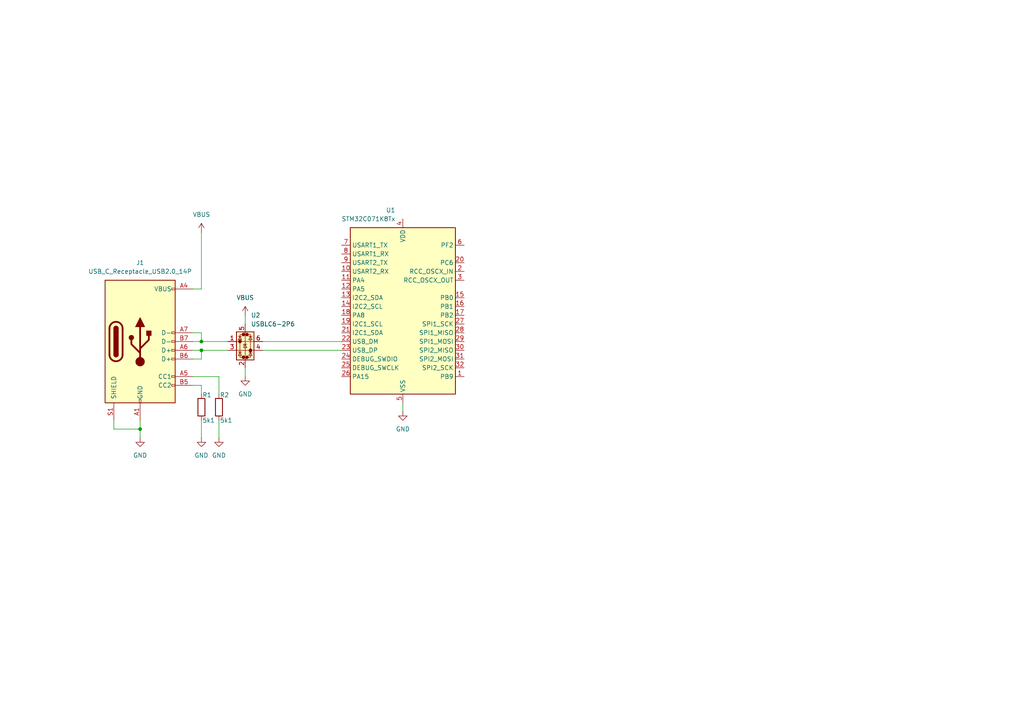
<source format=kicad_sch>
(kicad_sch (version 20250114) (generator "eeschema") (generator_version "9.0")
  (paper "A4")
  (lib_symbols
    (symbol "Connector:USB_C_Receptacle_USB2.0_14P" (pin_names (offset 1.016))
      (property "Reference" "J1" (at 0 22.86 0))
      (property "Value" "USB_C_Receptacle_USB2.0_14P" (at 0 20.32 0))
      (symbol "USB_C_Receptacle_USB2.0_14P_0_0"
        (rectangle (start -0.254 -17.78) (end 0.254 -16.764))
        (rectangle (start 10.16 15.494) (end 9.144 14.986))
        (rectangle (start 10.16 2.794) (end 9.144 2.286))
        (rectangle (start 10.16 0.254) (end 9.144 -0.254))
        (rectangle (start 10.16 -2.286) (end 9.144 -2.794))
        (rectangle (start 10.16 -4.826) (end 9.144 -5.334))
        (rectangle (start 10.16 -9.906) (end 9.144 -10.414))
        (rectangle (start 10.16 -12.446) (end 9.144 -12.954))
      )
      (symbol "USB_C_Receptacle_USB2.0_14P_0_1"
        (rectangle (start -10.16 17.78) (end 10.16 -17.78) (stroke (width 0.254)) (fill (type background)))
        (polyline (pts (xy -8.89 -3.81) (xy -8.89 3.81)) (stroke (width 0.508)))
        (rectangle (start -7.62 -3.81) (end -6.35 3.81) (stroke (width 0.254)) (fill (type outline)))
        (arc (start -7.62 3.81) (mid -6.985 4.4423) (end -6.35 3.81) (stroke (width 0.254)))
        (arc (start -7.62 3.81) (mid -6.985 4.4423) (end -6.35 3.81) (stroke (width 0.254)) (fill (type outline)))
        (arc (start -8.89 3.81) (mid -6.985 5.7067) (end -5.08 3.81) (stroke (width 0.508)))
        (arc (start -5.08 -3.81) (mid -6.985 -5.7067) (end -8.89 -3.81) (stroke (width 0.508)))
        (arc (start -6.35 -3.81) (mid -6.985 -4.4423) (end -7.62 -3.81) (stroke (width 0.254)))
        (arc (start -6.35 -3.81) (mid -6.985 -4.4423) (end -7.62 -3.81) (stroke (width 0.254)) (fill (type outline)))
        (polyline (pts (xy -5.08 3.81) (xy -5.08 -3.81)) (stroke (width 0.508)))
        (circle (center -2.54 1.143) (radius 0.635) (stroke (width 0.254)) (fill (type outline)))
        (polyline (pts (xy -1.27 4.318) (xy 0 6.858) (xy 1.27 4.318) (xy -1.27 4.318)) (stroke (width 0.254)) (fill (type outline)))
        (polyline (pts (xy 0 -2.032) (xy 2.54 0.508) (xy 2.54 1.778)) (stroke (width 0.508)))
        (polyline (pts (xy 0 -3.302) (xy -2.54 -0.762) (xy -2.54 0.508)) (stroke (width 0.508)))
        (polyline (pts (xy 0 -5.842) (xy 0 4.318)) (stroke (width 0.508)))
        (circle (center 0 -5.842) (radius 1.27) (fill (type outline)))
        (rectangle (start 1.905 1.778) (end 3.175 3.048) (stroke (width 0.254)) (fill (type outline)))
      )
      (symbol "USB_C_Receptacle_USB2.0_14P_1_1"
        (pin passive line (at -7.62 -22.86 90) (length 5.08) (name "SHIELD") (number "S1"))
        (pin passive line (at 0 -22.86 90) (length 5.08) (name "GND") (number "A1"))
        (pin passive line (at 0 -22.86 90) (length 5.08) (hide yes) (name "GND") (number "A12"))
        (pin passive line (at 0 -22.86 90) (length 5.08) (hide yes) (name "GND") (number "B1"))
        (pin passive line (at 0 -22.86 90) (length 5.08) (hide yes) (name "GND") (number "B12"))
        (pin passive line (at 15.24 15.24 180) (length 5.08) (name "VBUS") (number "A4"))
        (pin passive line (at 15.24 15.24 180) (length 5.08) (hide yes) (name "VBUS") (number "A9"))
        (pin passive line (at 15.24 15.24 180) (length 5.08) (hide yes) (name "VBUS") (number "B4"))
        (pin passive line (at 15.24 15.24 180) (length 5.08) (hide yes) (name "VBUS") (number "B9"))
        (pin bidirectional line (at 15.24 2.54 180) (length 5.08) (name "D-") (number "A7"))
        (pin bidirectional line (at 15.24 0 180) (length 5.08) (name "D-") (number "B7"))
        (pin bidirectional line (at 15.24 -2.54 180) (length 5.08) (name "D+") (number "A6"))
        (pin bidirectional line (at 15.24 -5.08 180) (length 5.08) (name "D+") (number "B6"))
        (pin bidirectional line (at 15.24 -10.16 180) (length 5.08) (name "CC1") (number "A5"))
        (pin bidirectional line (at 15.24 -12.7 180) (length 5.08) (name "CC2") (number "B5"))
      )
    )
    (symbol "Device:R" (pin_numbers (hide yes)) (pin_names (offset 0))
      (property "Reference" "R" (at 2.032 0 90))
      (property "Value" "R" (at 0 0 90))
      (symbol "R_0_1"
        (rectangle (start -1.016 -2.54) (end 1.016 2.54) (stroke (width 0.254)))
      )
      (symbol "R_1_1"
        (pin passive line (at 0 3.81 270) (length 1.27) (name "~") (number "1"))
        (pin passive line (at 0 -3.81 90) (length 1.27) (name "~") (number "2"))
      )
    )
    (symbol "MCU_ST_STM32C0:STM32C071K8Tx"
      (property "Reference" "U1" (at 2.1433 30.48 0))
      (property "Value" "STM32C071K8Tx" (at 2.1433 27.94 0))
      (symbol "STM32C071K8Tx_0_1"
        (rectangle (start -15.24 25.4) (end 15.24 -22.86) (stroke (width 0.254)) (fill (type background)))
      )
      (symbol "STM32C071K8Tx_1_1"
        (pin bidirectional line (at -17.78 20.32 0) (length 2.54) (name "PF2") (number "6"))
        (pin bidirectional line (at -17.78 15.24 0) (length 2.54) (name "PC6") (number "20"))
        (pin bidirectional line (at -17.78 12.7 0) (length 2.54) (name "PC14") (number "2") (alternate "I2C1_SDA" bidirectional line) (alternate "RCC_OSCX_IN" bidirectional line) (alternate "USART1_TX" bidirectional line))
        (pin bidirectional line (at -17.78 10.16 0) (length 2.54) (name "PC15") (number "3") (alternate "RCC_OSCX_OUT" bidirectional line))
        (pin bidirectional line (at -17.78 5.08 0) (length 2.54) (name "PB0") (number "15"))
        (pin bidirectional line (at -17.78 2.54 0) (length 2.54) (name "PB1") (number "16"))
        (pin bidirectional line (at -17.78 0 0) (length 2.54) (name "PB2") (number "17") (alternate "SPI2_MISO" bidirectional line) (alternate "USART1_RX" bidirectional line))
        (pin bidirectional line (at -17.78 -2.54 0) (length 2.54) (name "PB3") (number "27") (alternate "I2C2_SCL" bidirectional line) (alternate "SPI1_SCK" bidirectional line))
        (pin bidirectional line (at -17.78 -5.08 0) (length 2.54) (name "PB4") (number "28") (alternate "I2C2_SDA" bidirectional line) (alternate "SPI1_MISO" bidirectional line))
        (pin bidirectional line (at -17.78 -7.62 0) (length 2.54) (name "PB5") (number "29") (alternate "SPI1_MOSI" bidirectional line))
        (pin bidirectional line (at -17.78 -10.16 0) (length 2.54) (name "PB6") (number "30") (alternate "I2C1_SCL" bidirectional line) (alternate "SPI1_MISO" bidirectional line) (alternate "SPI1_MOSI" bidirectional line) (alternate "SPI1_SCK" bidirectional line) (alternate "SPI2_MISO" bidirectional line) (alternate "USART1_TX" bidirectional line))
        (pin bidirectional line (at -17.78 -12.7 0) (length 2.54) (name "PB7") (number "31") (alternate "I2C1_SCL" bidirectional line) (alternate "I2C1_SDA" bidirectional line) (alternate "SPI2_MOSI" bidirectional line) (alternate "USART1_RX" bidirectional line))
        (pin bidirectional line (at -17.78 -15.24 0) (length 2.54) (name "PB8") (number "32") (alternate "I2C1_SCL" bidirectional line) (alternate "SPI2_SCK" bidirectional line))
        (pin bidirectional line (at -17.78 -17.78 0) (length 2.54) (name "PB9") (number "1") (alternate "I2C1_SDA" bidirectional line))
        (pin power_in line (at 0 27.94 270) (length 2.54) (name "VDD") (number "4"))
        (pin power_in line (at 0 -25.4 90) (length 2.54) (name "VSS") (number "5"))
        (pin bidirectional line (at 17.78 20.32 180) (length 2.54) (name "PA0") (number "7") (alternate "SPI2_SCK" bidirectional line) (alternate "USART1_TX" bidirectional line))
        (pin bidirectional line (at 17.78 17.78 180) (length 2.54) (name "PA1") (number "8") (alternate "SPI1_SCK" bidirectional line) (alternate "USART1_RX" bidirectional line))
        (pin bidirectional line (at 17.78 15.24 180) (length 2.54) (name "PA2") (number "9") (alternate "SPI1_MOSI" bidirectional line) (alternate "USART2_TX" bidirectional line))
        (pin bidirectional line (at 17.78 12.7 180) (length 2.54) (name "PA3") (number "10") (alternate "SPI2_MISO" bidirectional line) (alternate "USART2_RX" bidirectional line))
        (pin bidirectional line (at 17.78 10.16 180) (length 2.54) (name "PA4") (number "11") (alternate "SPI2_MOSI" bidirectional line) (alternate "USART2_TX" bidirectional line))
        (pin bidirectional line (at 17.78 7.62 180) (length 2.54) (name "PA5") (number "12") (alternate "SPI1_SCK" bidirectional line) (alternate "USART2_RX" bidirectional line))
        (pin bidirectional line (at 17.78 5.08 180) (length 2.54) (name "PA6") (number "13") (alternate "I2C2_SDA" bidirectional line) (alternate "SPI1_MISO" bidirectional line))
        (pin bidirectional line (at 17.78 2.54 180) (length 2.54) (name "PA7") (number "14") (alternate "I2C2_SCL" bidirectional line) (alternate "SPI1_MOSI" bidirectional line))
        (pin bidirectional line (at 17.78 0 180) (length 2.54) (name "PA8") (number "18") (alternate "SPI2_MISO" bidirectional line) (alternate "USART1_RX" bidirectional line) (alternate "USART2_TX" bidirectional line))
        (pin bidirectional line (at 17.78 -2.54 180) (length 2.54) (name "PA9") (number "19") (alternate "I2C1_SCL" bidirectional line) (alternate "I2C2_SCL" bidirectional line) (alternate "SPI2_MISO" bidirectional line) (alternate "USART1_TX" bidirectional line))
        (pin bidirectional line (at 17.78 -5.08 180) (length 2.54) (name "PA10") (number "21") (alternate "I2C1_SDA" bidirectional line) (alternate "I2C2_SDA" bidirectional line) (alternate "SPI2_MOSI" bidirectional line) (alternate "USART1_RX" bidirectional line))
        (pin bidirectional line (at 17.78 -7.62 180) (length 2.54) (name "PA11") (number "22") (alternate "I2C2_SCL" bidirectional line) (alternate "SPI1_MISO" bidirectional line) (alternate "USB_DM" bidirectional line))
        (pin bidirectional line (at 17.78 -10.16 180) (length 2.54) (name "PA12") (number "23") (alternate "I2C2_SDA" bidirectional line) (alternate "SPI1_MOSI" bidirectional line) (alternate "USB_DP" bidirectional line))
        (pin bidirectional line (at 17.78 -12.7 180) (length 2.54) (name "PA13") (number "24") (alternate "DEBUG_SWDIO" bidirectional line) (alternate "USART2_RX" bidirectional line))
        (pin bidirectional line (at 17.78 -15.24 180) (length 2.54) (name "PA14") (number "25") (alternate "DEBUG_SWCLK" bidirectional line) (alternate "USART2_RX" bidirectional line) (alternate "USART2_TX" bidirectional line))
        (pin bidirectional line (at 17.78 -17.78 180) (length 2.54) (name "PA15") (number "26") (alternate "USART2_RX" bidirectional line))
      )
    )
    (symbol "Power_Protection:USBLC6-2P6" (pin_names (hide yes))
      (property "Reference" "U" (at 0.635 5.715 0))
      (property "Value" "USBLC6-2P6" (at 0.635 3.81 0))
      (symbol "USBLC6-2P6_0_0"
        (circle (center -1.524 0) (radius 0.0001) (stroke (width 0.508)))
        (circle (center -0.508 2.032) (radius 0.0001) (stroke (width 0.508)))
        (circle (center -0.508 -4.572) (radius 0.0001) (stroke (width 0.508)))
        (circle (center 0.508 2.032) (radius 0.0001) (stroke (width 0.508)))
        (circle (center 0.508 -4.572) (radius 0.0001) (stroke (width 0.508)))
        (circle (center 1.524 -2.54) (radius 0.0001) (stroke (width 0.508)))
      )
      (symbol "USBLC6-2P6_0_1"
        (polyline (pts (xy -2.54 0) (xy 2.54 0)))
        (polyline (pts (xy -2.54 -2.54) (xy 2.54 -2.54)))
        (polyline (pts (xy -2.032 0.508) (xy -1.016 0.508) (xy -1.524 1.524) (xy -2.032 0.508)))
        (polyline (pts (xy -2.032 -3.048) (xy -1.016 -3.048)))
        (polyline (pts (xy -1.016 1.524) (xy -2.032 1.524)))
        (polyline (pts (xy -1.016 -4.064) (xy -2.032 -4.064) (xy -1.524 -3.048) (xy -1.016 -4.064)))
        (polyline (pts (xy -0.508 -1.143) (xy -0.508 -0.762) (xy 0.508 -0.762)))
        (polyline (pts (xy 0 2.54) (xy -0.508 2.032) (xy 0.508 2.032) (xy 0 1.524) (xy 0 -4.064) (xy -0.508 -4.572) (xy 0.508 -4.572) (xy 0 -5.08)))
        (polyline (pts (xy 0.508 -1.778) (xy -0.508 -1.778) (xy 0 -0.762) (xy 0.508 -1.778)))
        (polyline (pts (xy 1.016 1.524) (xy 2.032 1.524)))
        (polyline (pts (xy 1.016 -3.048) (xy 2.032 -3.048)))
        (polyline (pts (xy 2.032 0.508) (xy 1.016 0.508) (xy 1.524 1.524) (xy 2.032 0.508)))
        (polyline (pts (xy 2.032 -4.064) (xy 1.016 -4.064) (xy 1.524 -3.048) (xy 2.032 -4.064)))
      )
      (symbol "USBLC6-2P6_1_1"
        (rectangle (start -2.54 2.794) (end 2.54 -5.334) (stroke (width 0.254)) (fill (type background)))
        (polyline (pts (xy -0.508 2.032) (xy -1.524 2.032) (xy -1.524 -4.572) (xy -0.508 -4.572)))
        (polyline (pts (xy 0.508 -4.572) (xy 1.524 -4.572) (xy 1.524 2.032) (xy 0.508 2.032)))
        (pin passive line (at -5.08 0 0) (length 2.54) (name "I/O1") (number "1"))
        (pin passive line (at -5.08 -2.54 0) (length 2.54) (name "I/O2") (number "3"))
        (pin passive line (at 0 5.08 270) (length 2.54) (name "VBUS") (number "5"))
        (pin passive line (at 0 -7.62 90) (length 2.54) (name "GND") (number "2"))
        (pin passive line (at 5.08 0 180) (length 2.54) (name "I/O1") (number "6"))
        (pin passive line (at 5.08 -2.54 180) (length 2.54) (name "I/O2") (number "4"))
      )
    )
    (symbol "power:GND" (power) (pin_numbers (hide yes)) (pin_names (offset 0) (hide yes))
      (property "Value" "GND" (at 0 -3.81 0))
      (symbol "GND_0_1"
        (polyline (pts (xy 0 0) (xy 0 -1.27) (xy 1.27 -1.27) (xy 0 -2.54) (xy -1.27 -1.27) (xy 0 -1.27)))
      )
      (symbol "GND_1_1"
        (pin power_in line (at 0 0 270) (length 0) (name "~") (number "1"))
      )
    )
    (symbol "power:VBUS" (power) (pin_numbers (hide yes)) (pin_names (offset 0) (hide yes))
      (property "Value" "VBUS" (at 0 3.556 0))
      (symbol "VBUS_0_1"
        (polyline (pts (xy -0.762 1.27) (xy 0 2.54)))
        (polyline (pts (xy 0 2.54) (xy 0.762 1.27)))
        (polyline (pts (xy 0 0) (xy 0 2.54)))
      )
      (symbol "VBUS_1_1"
        (pin power_in line (at 0 0 90) (length 0) (name "~") (number "1"))
      )
    )
  )
  (junction (at 40.64 124.46))
  (junction (at 58.42 99.06))
  (junction (at 58.42 101.6))
  (wire (pts (xy 55.88 101.6) (xy 58.42 101.6)))
  (wire (pts (xy 63.5 114.3) (xy 63.5 109.22)))
  (wire (pts (xy 71.12 91.44) (xy 71.12 93.98)))
  (wire (pts (xy 58.42 96.52) (xy 58.42 99.06)))
  (wire (pts (xy 63.5 121.92) (xy 63.5 127)))
  (wire (pts (xy 76.2 101.6) (xy 99.06 101.6)))
  (wire (pts (xy 71.12 106.68) (xy 71.12 109.22)))
  (wire (pts (xy 76.2 99.06) (xy 99.06 99.06)))
  (wire (pts (xy 33.02 124.46) (xy 33.02 121.92)))
  (wire (pts (xy 55.88 83.82) (xy 58.42 83.82)))
  (wire (pts (xy 55.88 96.52) (xy 58.42 96.52)))
  (wire (pts (xy 40.64 124.46) (xy 33.02 124.46)))
  (wire (pts (xy 58.42 101.6) (xy 66.04 101.6)))
  (wire (pts (xy 58.42 114.3) (xy 58.42 111.76)))
  (wire (pts (xy 58.42 99.06) (xy 66.04 99.06)))
  (wire (pts (xy 55.88 109.22) (xy 63.5 109.22)))
  (wire (pts (xy 55.88 111.76) (xy 58.42 111.76)))
  (wire (pts (xy 58.42 121.92) (xy 58.42 127)))
  (wire (pts (xy 40.64 121.92) (xy 40.64 124.46)))
  (wire (pts (xy 58.42 67.31) (xy 58.42 83.82)))
  (wire (pts (xy 58.42 101.6) (xy 58.42 104.14)))
  (wire (pts (xy 40.64 124.46) (xy 40.64 127)))
  (wire (pts (xy 116.84 116.84) (xy 116.84 119.38)))
  (wire (pts (xy 55.88 99.06) (xy 58.42 99.06)))
  (wire (pts (xy 55.88 104.14) (xy 58.42 104.14)))
  (symbol (lib_id "power:GND") (at 116.84 119.38 0) (unit 1)
    (property "Reference" "#PWR05" (effects (hide yes)))
    (property "Value" "GND" (at 116.84 124.46 0))
    (property "Description" "Power symbol creates a global label with name \"GND\" , ground" (effects (hide yes)))
  )
  (symbol (lib_id "power:GND") (at 40.64 127 0) (unit 1)
    (property "Reference" "#PWR03" (effects (hide yes)))
    (property "Value" "GND" (at 40.64 132.08 0))
    (property "Description" "Power symbol creates a global label with name \"GND\" , ground" (effects (hide yes)))
  )
  (symbol (lib_id "power:VBUS") (at 58.42 67.31 0) (unit 1)
    (property "Reference" "#PWR01" (effects (hide yes)))
    (property "Value" "VBUS" (at 58.42 62.23 0))
    (property "Description" "Power symbol creates a global label with name \"VBUS\"" (effects (hide yes)))
  )
  (symbol (lib_id "MCU_ST_STM32C0:STM32C071K8Tx") (at 116.84 91.44 0) (mirror y) (unit 1)
    (property "Reference" "U1" (at 114.6967 60.96 0) (effects (justify left)))
    (property "Value" "STM32C071K8Tx" (at 114.6967 63.5 0) (effects (justify left)))
    (property "Footprint" "Package_QFP:LQFP-32_7x7mm_P0.8mm" (effects (hide yes)))
    (property "Datasheet" "https://www.st.com/resource/en/datasheet/stm32c071k8.pdf" (effects (hide yes)))
    (property "Description" "STMicroelectronics Arm Cortex-M0+ MCU, 64KB flash, 24KB RAM, 30 GPIO, LQFP32_GP" (effects (hide yes)))
    (pin "10" (alternate "USART2_RX"))
    (pin "9" (alternate "USART2_TX"))
    (pin "3" (alternate "RCC_OSCX_OUT"))
    (pin "8" (alternate "USART1_RX"))
    (pin "30" (alternate "SPI2_MISO"))
    (pin "7" (alternate "USART1_TX"))
    (pin "32" (alternate "SPI2_SCK"))
    (pin "31" (alternate "SPI2_MOSI"))
    (pin "23" (alternate "USB_DP"))
    (pin "19" (alternate "I2C1_SCL"))
    (pin "25" (alternate "DEBUG_SWCLK"))
    (pin "29" (alternate "SPI1_MOSI"))
    (pin "28" (alternate "SPI1_MISO"))
    (pin "24" (alternate "DEBUG_SWDIO"))
    (pin "13" (alternate "I2C2_SDA"))
    (pin "27" (alternate "SPI1_SCK"))
    (pin "2" (alternate "RCC_OSCX_IN"))
    (pin "22" (alternate "USB_DM"))
    (pin "14" (alternate "I2C2_SCL"))
    (pin "21" (alternate "I2C1_SDA"))
  )
  (symbol (lib_id "Device:R") (at 63.5 118.11 0) (mirror x) (unit 1)
    (property "Reference" "R2" (at 63.754 114.554 0) (effects (justify left)))
    (property "Value" "5k1" (at 63.754 121.92 0) (effects (justify left)))
    (property "Description" "Resistor" (effects (hide yes)))
  )
  (symbol (lib_id "power:VBUS") (at 71.12 91.44 0) (unit 1)
    (property "Reference" "#PWR02" (effects (hide yes)))
    (property "Value" "VBUS" (at 71.12 86.36 0))
    (property "Description" "Power symbol creates a global label with name \"VBUS\"" (effects (hide yes)))
  )
  (symbol (lib_id "power:GND") (at 71.12 109.22 0) (unit 1)
    (property "Reference" "#PWR04" (effects (hide yes)))
    (property "Value" "GND" (at 71.12 114.3 0))
    (property "Description" "Power symbol creates a global label with name \"GND\" , ground" (effects (hide yes)))
  )
  (symbol (lib_id "power:GND") (at 63.5 127 0) (unit 1)
    (property "Reference" "#PWR07" (effects (hide yes)))
    (property "Value" "GND" (at 63.5 132.08 0))
    (property "Description" "Power symbol creates a global label with name \"GND\" , ground" (effects (hide yes)))
  )
  (symbol (lib_id "power:GND") (at 58.42 127 0) (unit 1)
    (property "Reference" "#PWR06" (effects (hide yes)))
    (property "Value" "GND" (at 58.42 132.08 0))
    (property "Description" "Power symbol creates a global label with name \"GND\" , ground" (effects (hide yes)))
  )
  (symbol (lib_id "Connector:USB_C_Receptacle_USB2.0_14P") (at 40.64 99.06 0) (unit 1)
    (property "Reference" "J1" (at 40.64 76.2 0))
    (property "Value" "USB_C_Receptacle_USB2.0_14P" (at 40.64 78.74 0))
    (property "Footprint" "project:USB-C_SMD-TYPE-C-31-M-12" (effects (hide yes)))
    (property "Datasheet" "https://www.usb.org/sites/default/files/documents/usb_type-c.zip" (effects (hide yes)))
    (property "Description" "USB 2.0-only 14P Type-C Receptacle connector" (effects (hide yes)))
  )
  (symbol (lib_id "Power_Protection:USBLC6-2P6") (at 71.12 99.06 0) (unit 1)
    (property "Reference" "U2" (at 72.7711 91.44 0) (effects (justify left)))
    (property "Value" "USBLC6-2P6" (at 72.7711 93.98 0) (effects (justify left)))
    (property "Footprint" "Package_TO_SOT_SMD:SOT-666" (effects (hide yes)))
    (property "Datasheet" "https://www.st.com/resource/en/datasheet/usblc6-2.pdf" (effects (hide yes)))
    (property "Description" "Very low capacitance ESD protection diode, 2 data-line, SOT-666" (effects (hide yes)))
  )
  (symbol (lib_id "Device:R") (at 58.42 118.11 0) (mirror x) (unit 1)
    (property "Reference" "R1" (at 58.674 114.554 0) (effects (justify left)))
    (property "Value" "5k1" (at 58.674 121.92 0) (effects (justify left)))
    (property "Description" "Resistor" (effects (hide yes)))
  )
)
</source>
